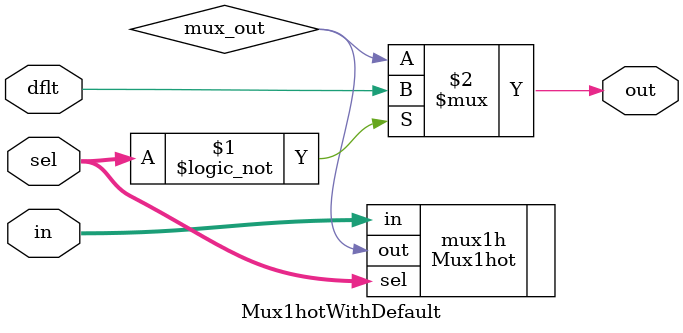
<source format=v>
/**@file
 * @brief     One-hot Multiplexer with default output 
 * @author    Igor Lesik
 * @copyright Igor Lesik 2015
 *
 */
module Mux1hotWithDefault
#(parameter INPUTS = 2,
  parameter WIDTH  = 1)
(
  input  [WIDTH*INPUTS-1:0] in,
  input  [WIDTH-1:0]        dflt,
  input  [INPUTS-1:0]       sel,
  output [WIDTH-1:0]        out
);

  wire [WIDTH-1:0] mux_out;

  Mux1hot #(.WIDTH(WIDTH), .INPUTS(INPUTS))
    mux1h(.in(in), .sel(sel), .out(mux_out));

  assign out = (sel == {WIDTH{1'b0}}) ? dflt : mux_out;

endmodule: Mux1hotWithDefault



</source>
